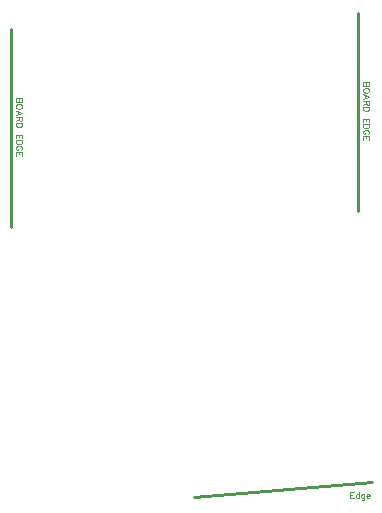
<source format=gbr>
G04 DipTrace 3.3.1.3*
G04 TopAssy.gbr*
%MOIN*%
G04 #@! TF.FileFunction,Drawing,Top*
G04 #@! TF.Part,Single*
%ADD10C,0.009843*%
%ADD85C,0.003088*%
%FSLAX26Y26*%
G04*
G70*
G90*
G75*
G01*
G04 TopAssy*
%LPD*%
X1753985Y2007288D2*
D10*
Y1349020D1*
X596795Y1953709D2*
Y1295441D1*
X1208487Y394308D2*
X1800225Y443163D1*
X1792284Y1777588D2*
D85*
X1772188D1*
Y1768966D1*
X1773161Y1766092D1*
X1774111Y1765142D1*
X1776013Y1764191D1*
X1778887D1*
X1780810Y1765142D1*
X1781761Y1766092D1*
X1782711Y1768966D1*
X1783684Y1766092D1*
X1784635Y1765142D1*
X1786536Y1764191D1*
X1788459D1*
X1790361Y1765142D1*
X1791333Y1766092D1*
X1792284Y1768966D1*
Y1777588D1*
X1782711D2*
Y1768966D1*
X1792284Y1752267D2*
X1791333Y1754191D1*
X1789410Y1756092D1*
X1787509Y1757065D1*
X1784635Y1758015D1*
X1779837D1*
X1776985Y1757065D1*
X1775062Y1756092D1*
X1773161Y1754191D1*
X1772188Y1752267D1*
Y1748443D1*
X1773161Y1746541D1*
X1775062Y1744618D1*
X1776985Y1743667D1*
X1779837Y1742717D1*
X1784635D1*
X1787509Y1743667D1*
X1789410Y1744618D1*
X1791333Y1746541D1*
X1792284Y1748443D1*
Y1752267D1*
X1772188Y1721220D2*
X1792284Y1728892D1*
X1772188Y1736541D1*
X1778887Y1733667D2*
Y1724094D1*
X1782711Y1715045D2*
Y1706445D1*
X1783684Y1703571D1*
X1784635Y1702598D1*
X1786536Y1701647D1*
X1788459D1*
X1790361Y1702598D1*
X1791333Y1703571D1*
X1792284Y1706445D1*
Y1715045D1*
X1772188D1*
X1782711Y1708346D2*
X1772188Y1701647D1*
X1792284Y1695472D2*
X1772188D1*
Y1688773D1*
X1773161Y1685899D1*
X1775062Y1683976D1*
X1776985Y1683025D1*
X1779837Y1682074D1*
X1784635D1*
X1787509Y1683025D1*
X1789410Y1683976D1*
X1791333Y1685899D1*
X1792284Y1688773D1*
Y1695472D1*
Y1644034D2*
Y1656458D1*
X1772188D1*
Y1644034D1*
X1782711Y1656458D2*
Y1648809D1*
X1792284Y1637858D2*
X1772188D1*
Y1631159D1*
X1773161Y1628285D1*
X1775062Y1626362D1*
X1776985Y1625411D1*
X1779837Y1624461D1*
X1784635D1*
X1787509Y1625411D1*
X1789410Y1626362D1*
X1791333Y1628285D1*
X1792284Y1631159D1*
Y1637858D1*
X1787509Y1603937D2*
X1789410Y1604888D1*
X1791333Y1606811D1*
X1792284Y1608712D1*
Y1612537D1*
X1791333Y1614460D1*
X1789410Y1616361D1*
X1787509Y1617334D1*
X1784635Y1618285D1*
X1779837D1*
X1776985Y1617334D1*
X1775062Y1616362D1*
X1773161Y1614460D1*
X1772188Y1612537D1*
Y1608712D1*
X1773161Y1606811D1*
X1775062Y1604888D1*
X1776985Y1603937D1*
X1779837D1*
Y1608712D1*
X1792284Y1585337D2*
Y1597761D1*
X1772188D1*
Y1585337D1*
X1782711Y1597761D2*
Y1590112D1*
X635094Y1724010D2*
X614998D1*
Y1715388D1*
X615970Y1712514D1*
X616921Y1711563D1*
X618822Y1710612D1*
X621696D1*
X623620Y1711563D1*
X624570Y1712514D1*
X625521Y1715388D1*
X626494Y1712514D1*
X627444Y1711563D1*
X629346Y1710612D1*
X631269D1*
X633170Y1711563D1*
X634143Y1712513D1*
X635094Y1715388D1*
Y1724010D1*
X625521D2*
Y1715388D1*
X635094Y1698689D2*
X634143Y1700612D1*
X632220Y1702513D1*
X630318Y1703486D1*
X627444Y1704437D1*
X622647D1*
X619795Y1703486D1*
X617872Y1702513D1*
X615970Y1700612D1*
X614998Y1698689D1*
Y1694864D1*
X615970Y1692963D1*
X617872Y1691039D1*
X619795Y1690089D1*
X622647Y1689138D1*
X627444D1*
X630318Y1690089D1*
X632220Y1691039D1*
X634143Y1692963D1*
X635094Y1694864D1*
Y1698689D1*
X614998Y1667642D2*
X635094Y1675313D1*
X614998Y1682962D1*
X621696Y1680088D2*
Y1670516D1*
X625521Y1661466D2*
Y1652866D1*
X626494Y1649992D1*
X627444Y1649019D1*
X629346Y1648069D1*
X631269D1*
X633170Y1649019D1*
X634143Y1649992D1*
X635094Y1652866D1*
Y1661466D1*
X614998D1*
X625521Y1654767D2*
X614998Y1648069D1*
X635094Y1641893D2*
X614998D1*
Y1635194D1*
X615970Y1632320D1*
X617872Y1630397D1*
X619795Y1629446D1*
X622647Y1628496D1*
X627444D1*
X630318Y1629446D1*
X632220Y1630397D1*
X634143Y1632320D1*
X635094Y1635194D1*
Y1641893D1*
Y1590455D2*
Y1602879D1*
X614998D1*
Y1590455D1*
X625521Y1602879D2*
Y1595230D1*
X635094Y1584279D2*
X614998D1*
Y1577581D1*
X615970Y1574706D1*
X617872Y1572783D1*
X619795Y1571832D1*
X622647Y1570882D1*
X627444D1*
X630318Y1571832D1*
X632220Y1572783D1*
X634143Y1574706D1*
X635094Y1577581D1*
Y1584279D1*
X630318Y1550358D2*
X632220Y1551309D1*
X634143Y1553232D1*
X635094Y1555133D1*
Y1558958D1*
X634143Y1560881D1*
X632220Y1562783D1*
X630318Y1563756D1*
X627444Y1564706D1*
X622647D1*
X619795Y1563756D1*
X617872Y1562783D1*
X615970Y1560881D1*
X614998Y1558958D1*
Y1555133D1*
X615970Y1553232D1*
X617872Y1551309D1*
X619795Y1550358D1*
X622647D1*
Y1555133D1*
X635094Y1531758D2*
Y1544182D1*
X614998D1*
Y1531758D1*
X625521Y1544182D2*
Y1536533D1*
X1740996Y411526D2*
X1728571D1*
Y391430D1*
X1740996D1*
X1728571Y401954D2*
X1736220D1*
X1758645Y411526D2*
Y391430D1*
Y401954D2*
X1756744Y403877D1*
X1754821Y404828D1*
X1751947D1*
X1750045Y403877D1*
X1748122Y401954D1*
X1747171Y399080D1*
Y397179D1*
X1748122Y394305D1*
X1750045Y392403D1*
X1751947Y391430D1*
X1754821D1*
X1756744Y392403D1*
X1758645Y394305D1*
X1776295Y403877D2*
Y388556D1*
X1775344Y385705D1*
X1774394Y384732D1*
X1772470Y383781D1*
X1769596D1*
X1767695Y384732D1*
X1776295Y401003D2*
X1774394Y402904D1*
X1772470Y403877D1*
X1769596D1*
X1767695Y402904D1*
X1765772Y401003D1*
X1764821Y398129D1*
Y396206D1*
X1765772Y393354D1*
X1767695Y391430D1*
X1769596Y390480D1*
X1772470D1*
X1774394Y391430D1*
X1776295Y393354D1*
X1782471Y399080D2*
X1793944D1*
Y401003D1*
X1792994Y402927D1*
X1792043Y403877D1*
X1790120Y404828D1*
X1787246D1*
X1785345Y403877D1*
X1783421Y401954D1*
X1782471Y399080D1*
Y397179D1*
X1783421Y394305D1*
X1785345Y392403D1*
X1787246Y391430D1*
X1790120D1*
X1792043Y392403D1*
X1793944Y394305D1*
M02*

</source>
